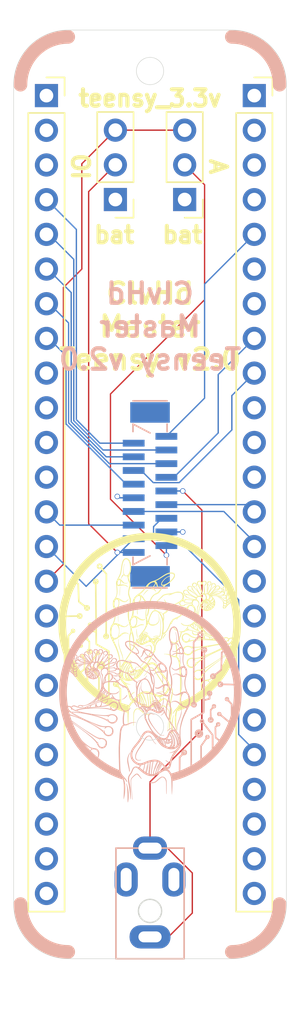
<source format=kicad_pcb>
(kicad_pcb (version 20221018) (generator pcbnew)
  (layers (0 "F.Cu" signal "Front") (1 "In1.Cu" signal) (2 "In2.Cu" signal) (31 "B.Cu" signal "Back") (34 "B.Paste" user) (35 "F.Paste" user) (36 "B.SilkS" user "B.Silkscreen") (37 "F.SilkS" user "F.Silkscreen") (38 "B.Mask" user) (39 "F.Mask" user) (44 "Edge.Cuts" user))
  (net 0 "")
  (net 1 "+3.3V")
  (net 2 "+5VA")
  (net 3 "MISO_DOUT")
  (net 4 "GND")
  (net 5 "MOSI_DIN")
  (net 6 "AUX2")
  (net 7 "SCLK")
  (net 8 "AUX1")
  (net 9 "IN_ref")
  (net 10 "RESETB")
  (net 11 "I2C_SCL")
  (net 12 "I2C_SDA")
  (net 13 "ADD_OUT4")
  (net 14 "ADD_OUT3")
  (net 15 "ADD_OUT2")
  (net 16 "ADD_OUT1")
  (net 17 "LED_OUT")
  (net 20 "5V_BAT")
  (net 21 "3V3_TEENSY")
  (net 52 "3V3_BAT")
  (footprint "Connector_PinSocket_2.54mm:PinSocket_1x24_P2.54mm_Vertical" (layer "F.Cu") (at 107.645 70.8)
    (fp_text reference "J3" hide)
    (fp_text value "teensy_right" hide)
    (pad "1" thru_hole rect (at 0 0) (size 1.7 1.7) (drill 1) (layers "*.Cu" "*.Mask"))
    (pad "2" thru_hole oval (at 0 2.54) (size 1.7 1.7) (drill 1) (layers "*.Cu" "*.Mask") (net 4 "GND"))
    (pad "3" thru_hole oval (at 0 5.08) (size 1.7 1.7) (drill 1) (layers "*.Cu" "*.Mask"))
    (pad "4" thru_hole oval (at 0 7.62) (size 1.7 1.7) (drill 1) (layers "*.Cu" "*.Mask"))
    (pad "5" thru_hole oval (at 0 10.16) (size 1.7 1.7) (drill 1) (layers "*.Cu" "*.Mask") (net 17 "LED_OUT"))
    (pad "6" thru_hole oval (at 0 12.7) (size 1.7 1.7) (drill 1) (layers "*.Cu" "*.Mask"))
    (pad "7" thru_hole oval (at 0 15.24) (size 1.7 1.7) (drill 1) (layers "*.Cu" "*.Mask"))
    (pad "8" thru_hole oval (at 0 17.78) (size 1.7 1.7) (drill 1) (layers "*.Cu" "*.Mask") (net 11 "I2C_SCL"))
    (pad "9" thru_hole oval (at 0 20.32) (size 1.7 1.7) (drill 1) (layers "*.Cu" "*.Mask") (net 12 "I2C_SDA"))
    (pad "10" thru_hole oval (at 0 22.86) (size 1.7 1.7) (drill 1) (layers "*.Cu" "*.Mask"))
    (pad "11" thru_hole oval (at 0 25.4) (size 1.7 1.7) (drill 1) (layers "*.Cu" "*.Mask"))
    (pad "12" thru_hole oval (at 0 27.94) (size 1.7 1.7) (drill 1) (layers "*.Cu" "*.Mask"))
    (pad "13" thru_hole oval (at 0 30.48) (size 1.7 1.7) (drill 1) (layers "*.Cu" "*.Mask") (net 8 "AUX1"))
    (pad "14" thru_hole oval (at 0 33.02) (size 1.7 1.7) (drill 1) (layers "*.Cu" "*.Mask") (net 7 "SCLK"))
    (pad "15" thru_hole oval (at 0 35.56) (size 1.7 1.7) (drill 1) (layers "*.Cu" "*.Mask") (net 4 "GND"))
    (pad "16" thru_hole oval (at 0 38.1) (size 1.7 1.7) (drill 1) (layers "*.Cu" "*.Mask"))
    (pad "17" thru_hole oval (at 0 40.64) (size 1.7 1.7) (drill 1) (layers "*.Cu" "*.Mask"))
    (pad "18" thru_hole oval (at 0 43.18) (size 1.7 1.7) (drill 1) (layers "*.Cu" "*.Mask"))
    (pad "19" thru_hole oval (at 0 45.72) (size 1.7 1.7) (drill 1) (layers "*.Cu" "*.Mask"))
    (pad "20" thru_hole oval (at 0 48.26) (size 1.7 1.7) (drill 1) (layers "*.Cu" "*.Mask") (net 6 "AUX2"))
    (pad "21" thru_hole oval (at 0 50.8) (size 1.7 1.7) (drill 1) (layers "*.Cu" "*.Mask"))
    (pad "22" thru_hole oval (at 0 53.34) (size 1.7 1.7) (drill 1) (layers "*.Cu" "*.Mask"))
    (pad "23" thru_hole oval (at 0 55.88) (size 1.7 1.7) (drill 1) (layers "*.Cu" "*.Mask"))
    (pad "24" thru_hole oval (at 0 58.42) (size 1.7 1.7) (drill 1) (layers "*.Cu" "*.Mask"))
  )
  (footprint "LOGO" (layer "F.Cu") (at 100 110)
    (fp_text reference "G***" hide)
    (fp_text value "LOGO" hide)
  )
  (footprint "Connector_PinHeader_2.54mm:PinHeader_1x03_P2.54mm_Vertical" (layer "F.Cu") (at 97.46 78.41 180)
    (fp_text reference "J6" hide)
    (fp_text value "Conn_01x03_Male" hide)
    (pad "1" thru_hole rect (at 0 0 180) (size 1.7 1.7) (drill 1) (layers "*.Cu" "*.Mask") (net 52 "3V3_BAT"))
    (pad "2" thru_hole oval (at 0 2.54 180) (size 1.7 1.7) (drill 1) (layers "*.Cu" "*.Mask") (net 1 "+3.3V"))
    (pad "3" thru_hole oval (at 0 5.08 180) (size 1.7 1.7) (drill 1) (layers "*.Cu" "*.Mask") (net 21 "3V3_TEENSY"))
  )
  (footprint "Connector_PinHeader_2.54mm:PinHeader_1x03_P2.54mm_Vertical" (layer "F.Cu") (at 102.54 78.41 180)
    (fp_text reference "J2" hide)
    (fp_text value "Conn_01x03_Male" hide)
    (pad "1" thru_hole rect (at 0 0 180) (size 1.7 1.7) (drill 1) (layers "*.Cu" "*.Mask") (net 20 "5V_BAT"))
    (pad "2" thru_hole oval (at 0 2.54 180) (size 1.7 1.7) (drill 1) (layers "*.Cu" "*.Mask") (net 2 "+5VA"))
    (pad "3" thru_hole oval (at 0 5.08 180) (size 1.7 1.7) (drill 1) (layers "*.Cu" "*.Mask") (net 21 "3V3_TEENSY"))
  )
  (footprint "Connector_PinSocket_2.54mm:PinSocket_1x24_P2.54mm_Vertical" (layer "F.Cu") (at 92.405 70.8)
    (fp_text reference "J4" hide)
    (fp_text value "teensy_left" hide)
    (pad "1" thru_hole rect (at 0 0) (size 1.7 1.7) (drill 1) (layers "*.Cu" "*.Mask") (net 4 "GND"))
    (pad "2" thru_hole oval (at 0 2.54) (size 1.7 1.7) (drill 1) (layers "*.Cu" "*.Mask"))
    (pad "3" thru_hole oval (at 0 5.08) (size 1.7 1.7) (drill 1) (layers "*.Cu" "*.Mask"))
    (pad "4" thru_hole oval (at 0 7.62) (size 1.7 1.7) (drill 1) (layers "*.Cu" "*.Mask") (net 16 "ADD_OUT1"))
    (pad "5" thru_hole oval (at 0 10.16) (size 1.7 1.7) (drill 1) (layers "*.Cu" "*.Mask") (net 15 "ADD_OUT2"))
    (pad "6" thru_hole oval (at 0 12.7) (size 1.7 1.7) (drill 1) (layers "*.Cu" "*.Mask") (net 14 "ADD_OUT3"))
    (pad "7" thru_hole oval (at 0 15.24) (size 1.7 1.7) (drill 1) (layers "*.Cu" "*.Mask") (net 13 "ADD_OUT4"))
    (pad "8" thru_hole oval (at 0 17.78) (size 1.7 1.7) (drill 1) (layers "*.Cu" "*.Mask") (net 10 "RESETB"))
    (pad "9" thru_hole oval (at 0 20.32) (size 1.7 1.7) (drill 1) (layers "*.Cu" "*.Mask"))
    (pad "10" thru_hole oval (at 0 22.86) (size 1.7 1.7) (drill 1) (layers "*.Cu" "*.Mask"))
    (pad "11" thru_hole oval (at 0 25.4) (size 1.7 1.7) (drill 1) (layers "*.Cu" "*.Mask"))
    (pad "12" thru_hole oval (at 0 27.94) (size 1.7 1.7) (drill 1) (layers "*.Cu" "*.Mask"))
    (pad "13" thru_hole oval (at 0 30.48) (size 1.7 1.7) (drill 1) (layers "*.Cu" "*.Mask") (net 5 "MOSI_DIN"))
    (pad "14" thru_hole oval (at 0 33.02) (size 1.7 1.7) (drill 1) (layers "*.Cu" "*.Mask") (net 3 "MISO_DOUT"))
    (pad "15" thru_hole oval (at 0 35.56) (size 1.7 1.7) (drill 1) (layers "*.Cu" "*.Mask") (net 21 "3V3_TEENSY"))
    (pad "16" thru_hole oval (at 0 38.1) (size 1.7 1.7) (drill 1) (layers "*.Cu" "*.Mask"))
    (pad "17" thru_hole oval (at 0 40.64) (size 1.7 1.7) (drill 1) (layers "*.Cu" "*.Mask"))
    (pad "18" thru_hole oval (at 0 43.18) (size 1.7 1.7) (drill 1) (layers "*.Cu" "*.Mask"))
    (pad "19" thru_hole oval (at 0 45.72) (size 1.7 1.7) (drill 1) (layers "*.Cu" "*.Mask"))
    (pad "20" thru_hole oval (at 0 48.26) (size 1.7 1.7) (drill 1) (layers "*.Cu" "*.Mask"))
    (pad "21" thru_hole oval (at 0 50.8) (size 1.7 1.7) (drill 1) (layers "*.Cu" "*.Mask"))
    (pad "22" thru_hole oval (at 0 53.34) (size 1.7 1.7) (drill 1) (layers "*.Cu" "*.Mask"))
    (pad "23" thru_hole oval (at 0 55.88) (size 1.7 1.7) (drill 1) (layers "*.Cu" "*.Mask"))
    (pad "24" thru_hole oval (at 0 58.42) (size 1.7 1.7) (drill 1) (layers "*.Cu" "*.Mask"))
  )
  (footprint "00_custom-footprints:XF2J-1824-12A" (layer "B.Cu") (at 100 100 90)
    (fp_text reference "J1" hide)
    (fp_text value "XF2J-1824-12A" hide)
    (pad "1" smd rect (at -4.25 -1.2 90) (size 0.5 1.6) (layers "B.Cu" "B.Paste" "B.Mask") (net 1 "+3.3V"))
    (pad "2" smd rect (at -3.75 1.2 90) (size 0.5 1.6) (layers "B.Cu" "B.Paste" "B.Mask") (net 2 "+5VA"))
    (pad "3" smd rect (at -3.25 -1.2 90) (size 0.5 1.6) (layers "B.Cu" "B.Paste" "B.Mask") (net 3 "MISO_DOUT"))
    (pad "4" smd rect (at -2.75 1.2 90) (size 0.5 1.6) (layers "B.Cu" "B.Paste" "B.Mask") (net 4 "GND"))
    (pad "5" smd rect (at -2.25 -1.2 90) (size 0.5 1.6) (layers "B.Cu" "B.Paste" "B.Mask") (net 5 "MOSI_DIN"))
    (pad "6" smd rect (at -1.75 1.2 90) (size 0.5 1.6) (layers "B.Cu" "B.Paste" "B.Mask") (net 6 "AUX2"))
    (pad "7" smd rect (at -1.25 -1.2 90) (size 0.5 1.6) (layers "B.Cu" "B.Paste" "B.Mask") (net 7 "SCLK"))
    (pad "8" smd rect (at -0.75 1.2 90) (size 0.5 1.6) (layers "B.Cu" "B.Paste" "B.Mask") (net 8 "AUX1"))
    (pad "9" smd rect (at -0.25 -1.2 90) (size 0.5 1.6) (layers "B.Cu" "B.Paste" "B.Mask") (net 4 "GND"))
    (pad "10" smd rect (at 0.25 1.2 90) (size 0.5 1.6) (layers "B.Cu" "B.Paste" "B.Mask") (net 9 "IN_ref"))
    (pad "11" smd rect (at 0.75 -1.2 90) (size 0.5 1.6) (layers "B.Cu" "B.Paste" "B.Mask") (net 10 "RESETB"))
    (pad "12" smd rect (at 1.25 1.2 90) (size 0.5 1.6) (layers "B.Cu" "B.Paste" "B.Mask") (net 11 "I2C_SCL"))
    (pad "13" smd rect (at 1.75 -1.2 90) (size 0.5 1.6) (layers "B.Cu" "B.Paste" "B.Mask") (net 12 "I2C_SDA"))
    (pad "14" smd rect (at 2.25 1.2 90) (size 0.5 1.6) (layers "B.Cu" "B.Paste" "B.Mask") (net 13 "ADD_OUT4"))
    (pad "15" smd rect (at 2.75 -1.2 90) (size 0.5 1.6) (layers "B.Cu" "B.Paste" "B.Mask") (net 14 "ADD_OUT3"))
    (pad "16" smd rect (at 3.25 1.2 90) (size 0.5 1.6) (layers "B.Cu" "B.Paste" "B.Mask") (net 15 "ADD_OUT2"))
    (pad "17" smd rect (at 3.75 -1.2 90) (size 0.5 1.6) (layers "B.Cu" "B.Paste" "B.Mask") (net 16 "ADD_OUT1"))
    (pad "18" smd rect (at 4.25 1.2 90) (size 0.5 1.6) (layers "B.Cu" "B.Paste" "B.Mask") (net 17 "LED_OUT"))
    (pad "19" smd rect (at -6 0 90) (size 1.5 2.9) (layers "B.Cu" "B.Paste" "B.Mask"))
    (pad "20" smd rect (at 6 0 90) (size 1.5 2.9) (layers "B.Cu" "B.Paste" "B.Mask"))
  )
  (footprint "LOGO" (layer "B.Cu") (at 100 115 180)
    (fp_text reference "G***" hide)
    (fp_text value "LOGO" hide)
  )
  (footprint "00_custom-footprints:Jack_Socket_PJ-210B" (layer "B.Cu") (at 100 134)
    (fp_text reference "J5" hide)
    (fp_text value "jack2.5_PJ-210B" hide)
    (fp_circle (center 0 -3.5) (end 0.85 -3.5) (stroke (width 0.1)) (fill none) (layer "Edge.Cuts"))
    (pad "1" thru_hole roundrect (at 1.75 -5.8) (size 1.7 2.5) (drill oval 0.8 1.7) (layers "*.Cu" "*.Mask") (roundrect_rratio 0.4705882353) (net 4 "GND"))
    (pad "2" thru_hole roundrect (at 0 -8.1 270) (size 1.7 2.5) (drill oval 0.8 1.7) (layers "*.Cu" "*.Mask") (roundrect_rratio 0.4705882353) (net 9 "IN_ref"))
    (pad "3" thru_hole roundrect (at -1.75 -5.8) (size 1.7 2.5) (drill oval 0.8 1.7) (layers "*.Cu" "*.Mask") (roundrect_rratio 0.4705882353) (net 4 "GND"))
    (pad "6" thru_hole roundrect (at 0 -1.6 270) (size 1.7 3) (drill oval 0.8 1.7) (layers "*.Cu" "*.Mask") (roundrect_rratio 0.4705882353) (net 9 "IN_ref"))
  )
  (gr_arc (start 94.000002 133.5) (mid 91.525127 132.474874) (end 90.500002 130) (stroke (width 1)) (layer "B.SilkS"))
  (gr_arc (start 90.500003 70.000003) (mid 91.525128 67.525128) (end 94.000003 66.500003) (stroke (width 1)) (layer "B.SilkS"))
  (gr_arc (start 109.5 129.999998) (mid 108.474874 132.474873) (end 106 133.499998) (stroke (width 1)) (layer "B.SilkS"))
  (gr_arc (start 106.000003 66.500001) (mid 108.474874 67.525128) (end 109.500003 70.000001) (stroke (width 1)) (layer "B.SilkS"))
  (gr_arc (start 106.000003 66.500003) (mid 108.474874 67.525131) (end 109.500003 70.000003) (stroke (width 1)) (layer "F.SilkS"))
  (gr_arc (start 109.499998 130) (mid 108.474872 132.474873) (end 105.999998 133.5) (stroke (width 1)) (layer "F.SilkS"))
  (gr_arc (start 94 133.499998) (mid 91.525127 132.474872) (end 90.5 129.999998) (stroke (width 1)) (layer "F.SilkS"))
  (gr_arc (start 90.500003 70.000001) (mid 91.525129 67.525128) (end 94.000003 66.500001) (stroke (width 1)) (layer "F.SilkS"))
  (gr_arc (start 106.000003 66.000001) (mid 108.828428 67.171575) (end 110.000003 70.000001) (stroke (width 0.0381)) (layer "Edge.Cuts"))
  (gr_arc (start 110 130) (mid 108.828427 132.828427) (end 106 134) (stroke (width 0.0381)) (layer "Edge.Cuts"))
  (gr_line (start 90.000003 70.000001) (end 90 130) (stroke (width 0.0381)) (layer "Edge.Cuts"))
  (gr_arc (start 90.000003 70.000001) (mid 91.171576 67.171574) (end 94.000003 66.000001) (stroke (width 0.0381)) (layer "Edge.Cuts"))
  (gr_line (start 110 130) (end 110.000003 70.000001) (stroke (width 0.0381)) (layer "Edge.Cuts"))
  (gr_line (start 106.000003 66.000001) (end 94.000003 66.000001) (stroke (width 0.0381)) (layer "Edge.Cuts"))
  (gr_circle (center 100 117) (end 101 117) (stroke (width 0.0381)) (fill none) (layer "Edge.Cuts"))
  (gr_circle (center 100 69) (end 101 69) (stroke (width 0.0381)) (fill none) (layer "Edge.Cuts"))
  (gr_line (start 94 134) (end 106 134) (stroke (width 0.0381)) (layer "Edge.Cuts"))
  (gr_arc (start 94 134) (mid 91.171573 132.828427) (end 90 130) (stroke (width 0.0381)) (layer "Edge.Cuts"))
  (gr_text "ClvHd\nMaster\nTeensy v2.0" (at 100 91) (layer "B.SilkS") (effects (font (size 1.5 1.5) (thickness 0.3) bold) (justify bottom mirror)))
  (gr_text "ClvHd\nMaster\nTeensy v2.0" (at 100 91) (layer "F.SilkS") (effects (font (size 1.5 1.5) (thickness 0.3) bold) (justify bottom)))
  (gr_text "bat" (at 104 81) (layer "F.SilkS") (effects (font (size 1.2 1.2) (thickness 0.3) bold) (justify right)))
  (gr_text "teensy_3.3v" (at 100 71) (layer "F.SilkS") (effects (font (size 1.2 1.2) (thickness 0.3) bold)))
  (gr_text "A" (at 105 76 270) (layer "F.SilkS") (effects (font (size 1.2 1.2) (thickness 0.3) bold)))
  (gr_text "IO" (at 95 76 90) (layer "F.SilkS") (effects (font (size 1.2 1.2) (thickness 0.3) bold)))
  (gr_text "bat" (at 99 81) (layer "F.SilkS") (effects (font (size 1.2 1.2) (thickness 0.3) bold) (justify right)))
  (segment (start 97.6 104.25) (end 95.5 102.15) (width 0.1) (layer "F.Cu") (net 1))
  (segment (start 95.5 102.15) (end 95.5 77.83) (width 0.1) (layer "F.Cu") (net 1))
  (segment (start 95.5 77.83) (end 97.46 75.87) (width 0.1) (layer "F.Cu") (net 1))
  (via (at 97.6 104.25) (size 0.4) (drill 0.3) (layers "F.Cu" "B.Cu") (net 1))
  (segment (start 98.8 104.25) (end 97.6 104.25) (width 0.1) (layer "B.Cu") (net 1))
  (segment (start 104 77.33) (end 102.54 75.87) (width 0.1) (layer "F.Cu") (net 2))
  (segment (start 101.2 104.45) (end 97.1 100.35) (width 0.1) (layer "F.Cu") (net 2))
  (segment (start 104 85.75) (end 104 77.33) (width 0.1) (layer "F.Cu") (net 2))
  (segment (start 97.1 92.65) (end 104 85.75) (width 0.1) (layer "F.Cu") (net 2))
  (segment (start 97.1 100.35) (end 97.1 92.65) (width 0.1) (layer "F.Cu") (net 2))
  (via (at 101.2 104.45) (size 0.4) (drill 0.3) (layers "F.Cu" "B.Cu") (net 2))
  (segment (start 101.2 103.75) (end 101.2 104.45) (width 0.1) (layer "B.Cu") (net 2))
  (segment (start 98.8 103.25) (end 95.3175 106.7325) (width 0.1) (layer "B.Cu") (net 3))
  (segment (start 95.3175 106.7325) (end 92.405 103.82) (width 0.1) (layer "B.Cu") (net 3))
  (via (at 102.4 102.75) (size 0.4) (drill 0.3) (layers "F.Cu" "B.Cu") (net 4))
  (via (at 97.6 100.15) (size 0.4) (drill 0.3) (layers "F.Cu" "B.Cu") (net 4))
  (segment (start 101.2 102.75) (end 102.4 102.75) (width 0.1) (layer "B.Cu") (net 4))
  (segment (start 97.7 100.25) (end 97.6 100.15) (width 0.1) (layer "B.Cu") (net 4))
  (segment (start 98.8 100.25) (end 97.7 100.25) (width 0.1) (layer "B.Cu") (net 4))
  (segment (start 93.375 102.25) (end 92.405 101.28) (width 0.1) (layer "B.Cu") (net 5))
  (segment (start 98.8 102.25) (end 93.375 102.25) (width 0.1) (layer "B.Cu") (net 5))
  (segment (start 106.5 117.58) (end 107.645 118.725) (width 0.1) (layer "B.Cu") (net 6))
  (segment (start 100.51 103.36) (end 102.14 103.36) (width 0.1) (layer "B.Cu") (net 6))
  (segment (start 102.14 103.36) (end 106.5 107.72) (width 0.1) (layer "B.Cu") (net 6))
  (segment (start 100.26 103.11) (end 100.51 103.36) (width 0.1) (layer "B.Cu") (net 6))
  (segment (start 100.26 102.36) (end 100.26 103.11) (width 0.1) (layer "B.Cu") (net 6))
  (segment (start 100.87 101.75) (end 100.26 102.36) (width 0.1) (layer "B.Cu") (net 6))
  (segment (start 107.645 118.725) (end 107.645 119.06) (width 0.1) (layer "B.Cu") (net 6))
  (segment (start 101.2 101.75) (end 100.87 101.75) (width 0.1) (layer "B.Cu") (net 6))
  (segment (start 106.5 107.72) (end 106.5 117.58) (width 0.1) (layer "B.Cu") (net 6))
  (segment (start 107.645 103.485) (end 107.645 103.82) (width 0.1) (layer "B.Cu") (net 7))
  (segment (start 105.41 101.25) (end 107.645 103.485) (width 0.1) (layer "B.Cu") (net 7))
  (segment (start 98.8 101.25) (end 105.41 101.25) (width 0.1) (layer "B.Cu") (net 7))
  (segment (start 101.2 100.75) (end 107.115 100.75) (width 0.1) (layer "B.Cu") (net 8))
  (segment (start 107.115 100.75) (end 107.645 101.28) (width 0.1) (layer "B.Cu") (net 8))
  (segment (start 103.1 127.720639) (end 101.279361 125.9) (width 0.1) (layer "F.Cu") (net 9))
  (segment (start 102.4 99.75) (end 103.8 101.15) (width 0.1) (layer "F.Cu") (net 9))
  (segment (start 100 121.05) (end 100 125.9) (width 0.1) (layer "F.Cu") (net 9))
  (segment (start 103.8 117.25) (end 100 121.05) (width 0.1) (layer "F.Cu") (net 9))
  (segment (start 103.1 130.655) (end 103.1 127.720639) (width 0.1) (layer "F.Cu") (net 9))
  (segment (start 103.8 101.15) (end 103.8 117.25) (width 0.1) (layer "F.Cu") (net 9))
  (segment (start 101.279361 125.9) (end 100 125.9) (width 0.1) (layer "F.Cu") (net 9))
  (segment (start 101.355 132.4) (end 103.1 130.655) (width 0.1) (layer "F.Cu") (net 9))
  (segment (start 100 132.4) (end 101.355 132.4) (width 0.1) (layer "F.Cu") (net 9))
  (via (at 102.4 99.75) (size 0.4) (drill 0.3) (layers "F.Cu" "B.Cu") (net 9))
  (segment (start 101.2 99.75) (end 102.4 99.75) (width 0.1) (layer "B.Cu") (net 9))
  (segment (start 92.58 88.58) (end 92.405 88.58) (width 0.1) (layer "B.Cu") (net 10))
  (segment (start 93.84 89.84) (end 92.58 88.58) (width 0.1) (layer "B.Cu") (net 10))
  (segment (start 98.25 99.25) (end 93.84 94.84) (width 0.1) (layer "B.Cu") (net 10))
  (segment (start 98.8 99.25) (end 98.25 99.25) (width 0.1) (layer "B.Cu") (net 10))
  (segment (start 93.84 94.84) (end 93.84 89.84) (width 0.1) (layer "B.Cu") (net 10))
  (segment (start 101.2 98.75) (end 101.75 98.75) (width 0.1) (layer "B.Cu") (net 11))
  (segment (start 105 91.225) (end 107.645 88.58) (width 0.1) (layer "B.Cu") (net 11))
  (segment (start 101.75 98.75) (end 105 95.5) (width 0.1) (layer "B.Cu") (net 11))
  (segment (start 105 95.5) (end 105 91.225) (width 0.1) (layer "B.Cu") (net 11))
  (segment (start 99.35 98.25) (end 100.24 99.14) (width 0.1) (layer "B.Cu") (net 12))
  (segment (start 100.24 99.14) (end 102.14 99.14) (width 0.1) (layer "B.Cu") (net 12))
  (segment (start 106 92.765) (end 107.645 91.12) (width 0.1) (layer "B.Cu") (net 12))
  (segment (start 98.8 98.25) (end 99.35 98.25) (width 0.1) (layer "B.Cu") (net 12))
  (segment (start 106 95.28) (end 106 92.765) (width 0.1) (layer "B.Cu") (net 12))
  (segment (start 102.14 99.14) (end 106 95.28) (width 0.1) (layer "B.Cu") (net 12))
  (segment (start 94.03 94.7613) (end 94.03 87.45) (width 0.1) (layer "B.Cu") (net 13))
  (segment (start 101.2 97.75) (end 97.0187 97.75) (width 0.1) (layer "B.Cu") (net 13))
  (segment (start 92.62 86.04) (end 92.405 86.04) (width 0.1) (layer "B.Cu") (net 13))
  (segment (start 94.03 87.45) (end 92.62 86.04) (width 0.1) (layer "B.Cu") (net 13))
  (segment (start 97.0187 97.75) (end 94.03 94.7613) (width 0.1) (layer "B.Cu") (net 13))
  (segment (start 94.22 94.6826) (end 94.22 85.22) (width 0.1) (layer "B.Cu") (net 14))
  (segment (start 92.5 83.5) (end 92.405 83.5) (width 0.1) (layer "B.Cu") (net 14))
  (segment (start 98.8 97.25) (end 96.7874 97.25) (width 0.1) (layer "B.Cu") (net 14))
  (segment (start 96.7874 97.25) (end 94.22 94.6826) (width 0.1) (layer "B.Cu") (net 14))
  (segment (start 94.22 85.22) (end 92.5 83.5) (width 0.1) (layer "B.Cu") (net 14))
  (segment (start 94.41 94.6039) (end 94.41 82.79) (width 0.1) (layer "B.Cu") (net 15))
  (segment (start 92.58 80.96) (end 92.405 80.96) (width 0.1) (layer "B.Cu") (net 15))
  (segment (start 94.41 82.79) (end 92.58 80.96) (width 0.1) (layer "B.Cu") (net 15))
  (segment (start 101.2 96.75) (end 96.5561 96.75) (width 0.1) (layer "B.Cu") (net 15))
  (segment (start 96.5561 96.75) (end 94.41 94.6039) (width 0.1) (layer "B.Cu") (net 15))
  (segment (start 94.6 94.5252) (end 94.6 80.6) (width 0.1) (layer "B.Cu") (net 16))
  (segment (start 98.8 96.25) (end 96.3248 96.25) (width 0.1) (layer "B.Cu") (net 16))
  (segment (start 94.6 80.6) (end 92.42 78.42) (width 0.1) (layer "B.Cu") (net 16))
  (segment (start 92.42 78.42) (end 92.405 78.42) (width 0.1) (layer "B.Cu") (net 16))
  (segment (start 96.3248 96.25) (end 94.6 94.5252) (width 0.1) (layer "B.Cu") (net 16))
  (segment (start 101.2 95.75) (end 104 92.95) (width 0.1) (layer "B.Cu") (net 17))
  (segment (start 104 84.605) (end 107.645 80.96) (width 0.1) (layer "B.Cu") (net 17))
  (segment (start 104 92.95) (end 104 84.605) (width 0.1) (layer "B.Cu") (net 17))
  (segment (start 92.405 106.36) (end 93.65 105.115) (width 0.1) (layer "F.Cu") (net 21))
  (segment (start 95 83.5) (end 95 75.79) (width 0.1) (layer "F.Cu") (net 21))
  (segment (start 93.65 84.85) (end 95 83.5) (width 0.1) (layer "F.Cu") (net 21))
  (segment (start 97.46 73.33) (end 102.54 73.33) (width 0.1) (layer "F.Cu") (net 21))
  (segment (start 93.65 105.115) (end 93.65 84.85) (width 0.1) (layer "F.Cu") (net 21))
  (segment (start 95 75.79) (end 97.46 73.33) (width 0.1) (layer "F.Cu") (net 21))
)
</source>
